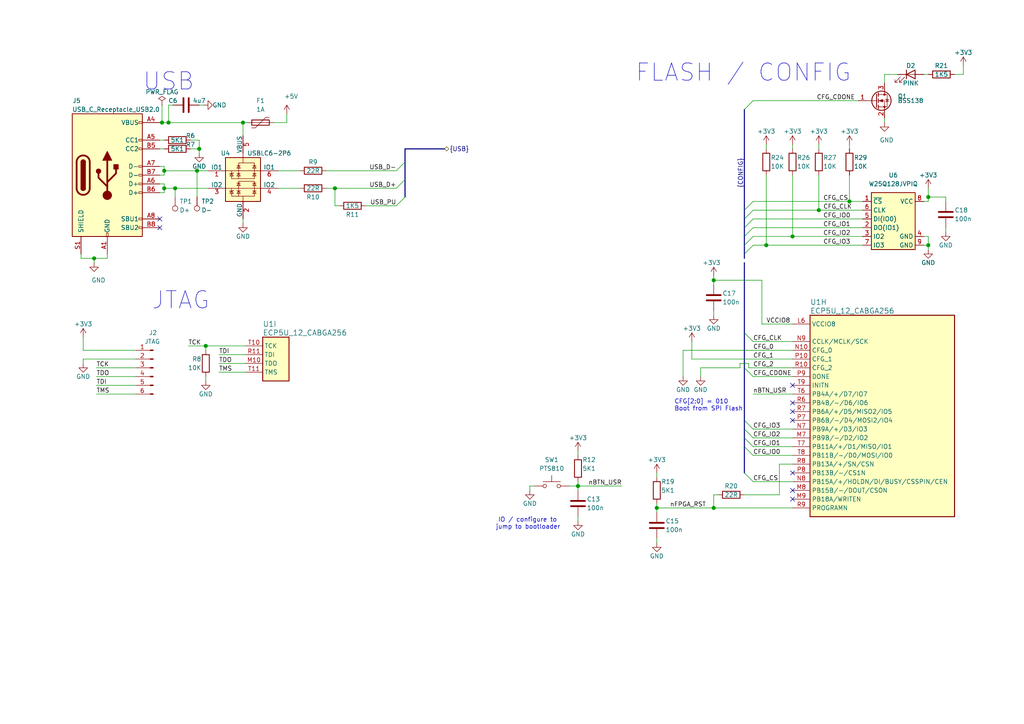
<source format=kicad_sch>
(kicad_sch (version 20201015) (generator eeschema)
  (paper "A4")
  (title_block (title "ECP5 Mini") (date "2020-12-27") (rev "0.2") (company "Josh Johnson"))
  (bus_alias "CONFIG" (members "CFG_CLK" "CFG_IO[0..3]" "CFG_CDONE" "CFG_CS"))
  (junction (at 27.305 74.93) (diameter 1.016))
  (junction (at 46.99 35.56) (diameter 1.016))
  (junction (at 47.625 49.53) (diameter 1.016))
  (junction (at 47.625 54.61) (diameter 1.016))
  (junction (at 48.895 35.56) (diameter 1.016))
  (junction (at 50.8 54.61) (diameter 1.016))
  (junction (at 57.15 49.53) (diameter 1.016))
  (junction (at 57.785 43.18) (diameter 1.016))
  (junction (at 59.69 100.33) (diameter 1.016))
  (junction (at 70.485 35.56) (diameter 1.016))
  (junction (at 97.155 54.61) (diameter 1.016))
  (junction (at 167.64 140.97) (diameter 1.016))
  (junction (at 190.5 147.32) (diameter 1.016))
  (junction (at 207.01 81.28) (diameter 1.016))
  (junction (at 207.01 147.32) (diameter 1.016))
  (junction (at 222.25 71.12) (diameter 1.016))
  (junction (at 229.87 68.58) (diameter 1.016))
  (junction (at 237.49 60.96) (diameter 1.016))
  (junction (at 246.38 58.42) (diameter 1.016))
  (junction (at 269.24 57.15) (diameter 1.016))
  (junction (at 269.24 71.12) (diameter 1.016))
  (no_connect (at 229.87 116.84))
  (no_connect (at 229.87 119.38))
  (no_connect (at 46.355 63.5))
  (no_connect (at 229.87 137.16))
  (no_connect (at 229.87 144.78))
  (no_connect (at 229.87 142.24))
  (no_connect (at 229.87 111.76))
  (no_connect (at 46.355 66.04))
  (no_connect (at 229.87 121.92))
  (bus_entry (at 114.935 49.53) (size 2.54 -2.54) (stroke (width 0.1524)))
  (bus_entry (at 114.935 54.61) (size 2.54 -2.54) (stroke (width 0.1524)))
  (bus_entry (at 114.935 59.69) (size 2.54 -2.54) (stroke (width 0.1524)))
  (bus_entry (at 215.9 31.75) (size 2.54 -2.54) (stroke (width 0.1524)))
  (bus_entry (at 215.9 96.52) (size 2.54 2.54) (stroke (width 0.1524)))
  (bus_entry (at 215.9 106.68) (size 2.54 2.54) (stroke (width 0.1524)))
  (bus_entry (at 215.9 121.92) (size 2.54 2.54) (stroke (width 0.1524)))
  (bus_entry (at 215.9 124.46) (size 2.54 2.54) (stroke (width 0.1524)))
  (bus_entry (at 215.9 127) (size 2.54 2.54) (stroke (width 0.1524)))
  (bus_entry (at 215.9 129.54) (size 2.54 2.54) (stroke (width 0.1524)))
  (bus_entry (at 215.9 137.16) (size 2.54 2.54) (stroke (width 0.1524)))
  (bus_entry (at 218.44 58.42) (size -2.54 2.54) (stroke (width 0.1524)))
  (bus_entry (at 218.44 60.96) (size -2.54 2.54) (stroke (width 0.1524)))
  (bus_entry (at 218.44 63.5) (size -2.54 2.54) (stroke (width 0.1524)))
  (bus_entry (at 218.44 66.04) (size -2.54 2.54) (stroke (width 0.1524)))
  (bus_entry (at 218.44 68.58) (size -2.54 2.54) (stroke (width 0.1524)))
  (bus_entry (at 218.44 71.12) (size -2.54 2.54) (stroke (width 0.1524)))
  (wire (pts (xy 23.495 73.66) (xy 23.495 74.93)))
  (wire (pts (xy 23.495 74.93) (xy 27.305 74.93)))
  (wire (pts (xy 24.13 97.79) (xy 24.13 101.6)))
  (wire (pts (xy 24.13 101.6) (xy 39.37 101.6)))
  (wire (pts (xy 24.13 104.14) (xy 24.13 105.41)))
  (wire (pts (xy 24.13 104.14) (xy 39.37 104.14)))
  (wire (pts (xy 27.305 74.93) (xy 27.305 76.2)))
  (wire (pts (xy 27.305 74.93) (xy 31.115 74.93)))
  (wire (pts (xy 27.94 106.68) (xy 39.37 106.68)))
  (wire (pts (xy 27.94 109.22) (xy 39.37 109.22)))
  (wire (pts (xy 27.94 111.76) (xy 39.37 111.76)))
  (wire (pts (xy 27.94 114.3) (xy 39.37 114.3)))
  (wire (pts (xy 31.115 73.66) (xy 31.115 74.93)))
  (wire (pts (xy 46.355 35.56) (xy 46.99 35.56)))
  (wire (pts (xy 46.355 40.64) (xy 47.625 40.64)))
  (wire (pts (xy 46.355 43.18) (xy 47.625 43.18)))
  (wire (pts (xy 46.355 48.26) (xy 47.625 48.26)))
  (wire (pts (xy 46.355 50.8) (xy 47.625 50.8)))
  (wire (pts (xy 46.355 53.34) (xy 47.625 53.34)))
  (wire (pts (xy 46.355 55.88) (xy 47.625 55.88)))
  (wire (pts (xy 46.99 30.48) (xy 46.99 35.56)))
  (wire (pts (xy 46.99 35.56) (xy 48.895 35.56)))
  (wire (pts (xy 47.625 49.53) (xy 47.625 48.26)))
  (wire (pts (xy 47.625 49.53) (xy 57.15 49.53)))
  (wire (pts (xy 47.625 50.8) (xy 47.625 49.53)))
  (wire (pts (xy 47.625 53.34) (xy 47.625 54.61)))
  (wire (pts (xy 47.625 54.61) (xy 47.625 55.88)))
  (wire (pts (xy 47.625 54.61) (xy 50.8 54.61)))
  (wire (pts (xy 48.895 30.48) (xy 48.895 35.56)))
  (wire (pts (xy 48.895 35.56) (xy 70.485 35.56)))
  (wire (pts (xy 50.165 30.48) (xy 48.895 30.48)))
  (wire (pts (xy 50.8 54.61) (xy 50.8 57.15)))
  (wire (pts (xy 50.8 54.61) (xy 60.325 54.61)))
  (wire (pts (xy 55.245 40.64) (xy 57.785 40.64)))
  (wire (pts (xy 55.245 43.18) (xy 57.785 43.18)))
  (wire (pts (xy 57.15 49.53) (xy 57.15 57.15)))
  (wire (pts (xy 57.15 49.53) (xy 60.325 49.53)))
  (wire (pts (xy 57.785 30.48) (xy 59.055 30.48)))
  (wire (pts (xy 57.785 40.64) (xy 57.785 43.18)))
  (wire (pts (xy 57.785 43.18) (xy 57.785 44.45)))
  (wire (pts (xy 59.69 100.33) (xy 54.61 100.33)))
  (wire (pts (xy 59.69 100.33) (xy 59.69 101.6)))
  (wire (pts (xy 59.69 100.33) (xy 71.12 100.33)))
  (wire (pts (xy 59.69 109.22) (xy 59.69 110.49)))
  (wire (pts (xy 70.485 35.56) (xy 70.485 39.37)))
  (wire (pts (xy 70.485 35.56) (xy 71.755 35.56)))
  (wire (pts (xy 70.485 63.5) (xy 70.485 64.77)))
  (wire (pts (xy 71.12 102.87) (xy 63.5 102.87)))
  (wire (pts (xy 71.12 105.41) (xy 63.5 105.41)))
  (wire (pts (xy 71.12 107.95) (xy 63.5 107.95)))
  (wire (pts (xy 80.645 49.53) (xy 86.995 49.53)))
  (wire (pts (xy 80.645 54.61) (xy 86.995 54.61)))
  (wire (pts (xy 83.185 33.02) (xy 83.185 35.56)))
  (wire (pts (xy 83.185 35.56) (xy 79.375 35.56)))
  (wire (pts (xy 94.615 49.53) (xy 114.935 49.53)))
  (wire (pts (xy 94.615 54.61) (xy 97.155 54.61)))
  (wire (pts (xy 97.155 54.61) (xy 97.155 59.69)))
  (wire (pts (xy 97.155 54.61) (xy 114.935 54.61)))
  (wire (pts (xy 98.425 59.69) (xy 97.155 59.69)))
  (wire (pts (xy 106.045 59.69) (xy 114.935 59.69)))
  (wire (pts (xy 153.67 140.97) (xy 153.67 142.24)))
  (wire (pts (xy 154.94 140.97) (xy 153.67 140.97)))
  (wire (pts (xy 167.64 130.81) (xy 167.64 132.08)))
  (wire (pts (xy 167.64 139.7) (xy 167.64 140.97)))
  (wire (pts (xy 167.64 140.97) (xy 165.1 140.97)))
  (wire (pts (xy 167.64 140.97) (xy 167.64 142.24)))
  (wire (pts (xy 167.64 140.97) (xy 180.34 140.97)))
  (wire (pts (xy 167.64 149.86) (xy 167.64 151.13)))
  (wire (pts (xy 190.5 137.16) (xy 190.5 138.43)))
  (wire (pts (xy 190.5 146.05) (xy 190.5 147.32)))
  (wire (pts (xy 190.5 147.32) (xy 190.5 148.59)))
  (wire (pts (xy 190.5 147.32) (xy 207.01 147.32)))
  (wire (pts (xy 190.5 156.21) (xy 190.5 157.48)))
  (wire (pts (xy 198.12 101.6) (xy 198.12 109.22)))
  (wire (pts (xy 198.12 101.6) (xy 229.87 101.6)))
  (wire (pts (xy 200.66 99.06) (xy 200.66 104.14)))
  (wire (pts (xy 200.66 104.14) (xy 229.87 104.14)))
  (wire (pts (xy 203.2 106.68) (xy 203.2 109.22)))
  (wire (pts (xy 203.2 106.68) (xy 214.63 106.68)))
  (wire (pts (xy 207.01 80.01) (xy 207.01 81.28)))
  (wire (pts (xy 207.01 81.28) (xy 207.01 82.55)))
  (wire (pts (xy 207.01 81.28) (xy 220.98 81.28)))
  (wire (pts (xy 207.01 90.17) (xy 207.01 91.44)))
  (wire (pts (xy 207.01 143.51) (xy 207.01 147.32)))
  (wire (pts (xy 207.01 147.32) (xy 229.87 147.32)))
  (wire (pts (xy 208.28 143.51) (xy 207.01 143.51)))
  (wire (pts (xy 214.63 105.41) (xy 214.63 106.68)))
  (wire (pts (xy 217.17 105.41) (xy 214.63 105.41)))
  (wire (pts (xy 217.17 106.68) (xy 217.17 105.41)))
  (wire (pts (xy 217.17 106.68) (xy 229.87 106.68)))
  (wire (pts (xy 218.44 29.21) (xy 248.92 29.21)))
  (wire (pts (xy 218.44 58.42) (xy 246.38 58.42)))
  (wire (pts (xy 218.44 60.96) (xy 237.49 60.96)))
  (wire (pts (xy 218.44 63.5) (xy 250.19 63.5)))
  (wire (pts (xy 218.44 66.04) (xy 250.19 66.04)))
  (wire (pts (xy 218.44 68.58) (xy 229.87 68.58)))
  (wire (pts (xy 218.44 71.12) (xy 222.25 71.12)))
  (wire (pts (xy 218.44 99.06) (xy 229.87 99.06)))
  (wire (pts (xy 218.44 109.22) (xy 229.87 109.22)))
  (wire (pts (xy 218.44 114.3) (xy 229.87 114.3)))
  (wire (pts (xy 218.44 124.46) (xy 229.87 124.46)))
  (wire (pts (xy 218.44 127) (xy 229.87 127)))
  (wire (pts (xy 218.44 129.54) (xy 229.87 129.54)))
  (wire (pts (xy 218.44 132.08) (xy 229.87 132.08)))
  (wire (pts (xy 218.44 139.7) (xy 229.87 139.7)))
  (wire (pts (xy 220.98 81.28) (xy 220.98 93.98)))
  (wire (pts (xy 220.98 93.98) (xy 229.87 93.98)))
  (wire (pts (xy 222.25 41.91) (xy 222.25 43.18)))
  (wire (pts (xy 222.25 50.8) (xy 222.25 71.12)))
  (wire (pts (xy 222.25 71.12) (xy 250.19 71.12)))
  (wire (pts (xy 226.06 134.62) (xy 226.06 143.51)))
  (wire (pts (xy 226.06 143.51) (xy 215.9 143.51)))
  (wire (pts (xy 229.87 41.91) (xy 229.87 43.18)))
  (wire (pts (xy 229.87 50.8) (xy 229.87 68.58)))
  (wire (pts (xy 229.87 68.58) (xy 250.19 68.58)))
  (wire (pts (xy 229.87 134.62) (xy 226.06 134.62)))
  (wire (pts (xy 237.49 41.91) (xy 237.49 43.18)))
  (wire (pts (xy 237.49 50.8) (xy 237.49 60.96)))
  (wire (pts (xy 237.49 60.96) (xy 250.19 60.96)))
  (wire (pts (xy 246.38 41.91) (xy 246.38 43.18)))
  (wire (pts (xy 246.38 50.8) (xy 246.38 58.42)))
  (wire (pts (xy 246.38 58.42) (xy 250.19 58.42)))
  (wire (pts (xy 256.54 21.59) (xy 256.54 24.13)))
  (wire (pts (xy 256.54 34.29) (xy 256.54 35.56)))
  (wire (pts (xy 260.35 21.59) (xy 256.54 21.59)))
  (wire (pts (xy 267.97 21.59) (xy 269.24 21.59)))
  (wire (pts (xy 267.97 68.58) (xy 269.24 68.58)))
  (wire (pts (xy 267.97 71.12) (xy 269.24 71.12)))
  (wire (pts (xy 269.24 54.61) (xy 269.24 57.15)))
  (wire (pts (xy 269.24 57.15) (xy 269.24 58.42)))
  (wire (pts (xy 269.24 57.15) (xy 274.32 57.15)))
  (wire (pts (xy 269.24 58.42) (xy 267.97 58.42)))
  (wire (pts (xy 269.24 68.58) (xy 269.24 71.12)))
  (wire (pts (xy 269.24 71.12) (xy 269.24 72.39)))
  (wire (pts (xy 274.32 57.15) (xy 274.32 58.42)))
  (wire (pts (xy 274.32 66.04) (xy 274.32 67.31)))
  (wire (pts (xy 276.86 21.59) (xy 279.4 21.59)))
  (wire (pts (xy 279.4 19.05) (xy 279.4 21.59)))
  (bus (pts (xy 117.475 43.18) (xy 117.475 46.99)))
  (bus (pts (xy 117.475 43.18) (xy 128.905 43.18)))
  (bus (pts (xy 117.475 46.99) (xy 117.475 52.07)))
  (bus (pts (xy 117.475 52.07) (xy 117.475 57.15)))
  (bus (pts (xy 215.9 31.75) (xy 215.9 60.96)))
  (bus (pts (xy 215.9 60.96) (xy 215.9 63.5)))
  (bus (pts (xy 215.9 63.5) (xy 215.9 66.04)))
  (bus (pts (xy 215.9 66.04) (xy 215.9 68.58)))
  (bus (pts (xy 215.9 68.58) (xy 215.9 71.12)))
  (bus (pts (xy 215.9 71.12) (xy 215.9 73.66)))
  (bus (pts (xy 215.9 73.66) (xy 215.9 74.93)))
  (bus (pts (xy 215.9 76.2) (xy 215.9 96.52)))
  (bus (pts (xy 215.9 96.52) (xy 215.9 106.68)))
  (bus (pts (xy 215.9 106.68) (xy 215.9 121.92)))
  (bus (pts (xy 215.9 121.92) (xy 215.9 124.46)))
  (bus (pts (xy 215.9 124.46) (xy 215.9 127)))
  (bus (pts (xy 215.9 127) (xy 215.9 129.54)))
  (bus (pts (xy 215.9 129.54) (xy 215.9 137.16)))
  (text "USB" (at 56.515 26.67 180) (effects (font (size 5 5)) (justify right bottom)))
  (text "JTAG" (at 60.96 90.17 180) (effects (font (size 5 5)) (justify right bottom)))
  (text "IO / configure to \njump to bootloader" (at 162.56 153.67 180) (effects (font (size 1.27 1.27)) (justify right bottom)))
  (text "CFG[2:0] = 010\nBoot from SPI Flash\n" (at 195.58 119.38 0) (effects (font (size 1.27 1.27)) (justify left bottom)))
  (text "FLASH / CONFIG" (at 247.015 24.13 180) (effects (font (size 5 5)) (justify right bottom)))
  (label "TCK" (at 27.94 106.68 0))
  (label "TDO" (at 27.94 109.22 0))
  (label "TDI" (at 27.94 111.76 0))
  (label "TMS" (at 27.94 114.3 0))
  (label "TCK" (at 54.61 100.33 0))
  (label "TDI" (at 63.5 102.87 0))
  (label "TDO" (at 63.5 105.41 0))
  (label "TMS" (at 63.5 107.95 0))
  (label "USB_D-" (at 114.935 49.53 180))
  (label "USB_D+" (at 114.935 54.61 180))
  (label "USB_PU" (at 114.935 59.69 180))
  (label "nBTN_USR" (at 180.34 140.97 180))
  (label "nFPGA_RST" (at 194.31 147.32 0))
  (label "{CONFIG}" (at 215.9 45.72 270))
  (label "CFG_CLK" (at 218.44 99.06 0))
  (label "CFG_0" (at 218.44 101.6 0))
  (label "CFG_1" (at 218.44 104.14 0))
  (label "CFG_2" (at 218.44 106.68 0))
  (label "CFG_CDONE" (at 218.44 109.22 0))
  (label "nBTN_USR" (at 218.44 114.3 0))
  (label "CFG_IO3" (at 218.44 124.46 0))
  (label "CFG_IO2" (at 218.44 127 0))
  (label "CFG_IO1" (at 218.44 129.54 0))
  (label "CFG_IO0" (at 218.44 132.08 0))
  (label "CFG_CS" (at 218.44 139.7 0))
  (label "VCCIO8" (at 222.25 93.98 0))
  (label "CFG_CDONE" (at 236.855 29.21 0))
  (label "CFG_CS" (at 238.76 58.42 0))
  (label "CFG_CLK" (at 238.76 60.96 0))
  (label "CFG_IO0" (at 238.76 63.5 0))
  (label "CFG_IO1" (at 238.76 66.04 0))
  (label "CFG_IO2" (at 238.76 68.58 0))
  (label "CFG_IO3" (at 238.76 71.12 0))
  (hierarchical_label "{USB}" (shape bidirectional) (at 128.905 43.18 0))
  (symbol (lib_id "power:PWR_FLAG") (at 46.99 30.48 0) (unit 1)
    (property "Reference" "#FLG0105" (effects hide))
    (property "Value" "PWR_FLAG" (at 46.99 26.67 0))
  )
  (symbol (lib_id "Connector:TestPoint") (at 50.8 57.15 180) (unit 1) (in_bom no)
    (property "Reference" "TP1" (at 52.07 58.42 0) (effects (justify right)))
    (property "Value" "D+" (at 52.07 60.96 0) (effects (justify right)))
    (property "Footprint" "TestPoint:TestPoint_Pad_D1.5mm" (effects hide))
    (property "DNP" "DNP" (effects hide))
  )
  (symbol (lib_id "Connector:TestPoint") (at 57.15 57.15 180) (unit 1) (in_bom no)
    (property "Reference" "TP2" (at 58.42 58.42 0) (effects (justify right)))
    (property "Value" "D-" (at 58.42 60.96 0) (effects (justify right)))
    (property "Footprint" "TestPoint:TestPoint_Pad_D1.5mm" (effects hide))
    (property "DNP" "DNP" (effects hide))
  )
  (symbol (lib_id "power:+3V3") (at 24.13 97.79 0) (mirror y) (unit 1)
    (property "Reference" "#PWR018" (effects hide))
    (property "Value" "+3V3" (at 24.13 93.98 0))
  )
  (symbol (lib_id "power:+5V") (at 83.185 33.02 0) (unit 1)
    (property "Reference" "#PWR0116" (effects hide))
    (property "Value" "+5V" (at 84.455 27.94 0))
  )
  (symbol (lib_id "power:+3V3") (at 167.64 130.81 0) (unit 1)
    (property "Reference" "#PWR0128" (effects hide))
    (property "Value" "+3V3" (at 167.64 127 0))
  )
  (symbol (lib_id "power:+3V3") (at 190.5 137.16 0) (unit 1)
    (property "Reference" "#PWR0135" (effects hide))
    (property "Value" "+3V3" (at 190.5 133.35 0))
  )
  (symbol (lib_id "power:+3V3") (at 200.66 99.06 0) (unit 1)
    (property "Reference" "#PWR0124" (effects hide))
    (property "Value" "+3V3" (at 200.66 95.25 0))
  )
  (symbol (lib_id "power:+3V3") (at 207.01 80.01 0) (unit 1)
    (property "Reference" "#PWR0141" (effects hide))
    (property "Value" "+3V3" (at 206.375 76.2 0))
  )
  (symbol (lib_id "power:+3V3") (at 222.25 41.91 0) (unit 1)
    (property "Reference" "#PWR0138" (effects hide))
    (property "Value" "+3V3" (at 222.25 38.1 0))
  )
  (symbol (lib_id "power:+3V3") (at 229.87 41.91 0) (unit 1)
    (property "Reference" "#PWR0136" (effects hide))
    (property "Value" "+3V3" (at 229.87 38.1 0))
  )
  (symbol (lib_id "power:+3V3") (at 237.49 41.91 0) (unit 1)
    (property "Reference" "#PWR0137" (effects hide))
    (property "Value" "+3V3" (at 237.49 38.1 0))
  )
  (symbol (lib_id "power:+3V3") (at 246.38 41.91 0) (unit 1)
    (property "Reference" "#PWR0139" (effects hide))
    (property "Value" "+3V3" (at 246.38 38.1 0))
  )
  (symbol (lib_id "power:+3V3") (at 269.24 54.61 0) (unit 1)
    (property "Reference" "#PWR0130" (effects hide))
    (property "Value" "+3V3" (at 269.24 50.8 0))
  )
  (symbol (lib_id "power:+3V3") (at 279.4 19.05 0) (unit 1)
    (property "Reference" "#PWR0133" (effects hide))
    (property "Value" "+3V3" (at 279.4 15.24 0))
  )
  (symbol (lib_id "power:GND") (at 24.13 105.41 0) (unit 1)
    (property "Reference" "#PWR0118" (effects hide))
    (property "Value" "GND" (at 24.13 109.22 0))
  )
  (symbol (lib_id "power:GND") (at 27.305 76.2 0) (unit 1)
    (property "Reference" "#PWR012" (effects hide))
    (property "Value" "GND" (at 28.575 81.28 0))
  )
  (symbol (lib_id "power:GND") (at 57.785 44.45 0) (unit 1)
    (property "Reference" "#PWR013" (effects hide))
    (property "Value" "GND" (at 57.785 48.26 0))
  )
  (symbol (lib_id "power:GND") (at 59.055 30.48 90) (unit 1)
    (property "Reference" "#PWR014" (effects hide))
    (property "Value" "GND" (at 61.595 30.48 90) (effects (justify right)))
  )
  (symbol (lib_id "power:GND") (at 59.69 110.49 0) (unit 1)
    (property "Reference" "#PWR0148" (effects hide))
    (property "Value" "GND" (at 59.69 114.3 0))
  )
  (symbol (lib_id "power:GND") (at 70.485 64.77 0) (unit 1)
    (property "Reference" "#PWR015" (effects hide))
    (property "Value" "GND" (at 70.485 68.58 0))
  )
  (symbol (lib_id "power:GND") (at 153.67 142.24 0) (unit 1)
    (property "Reference" "#PWR0127" (effects hide))
    (property "Value" "GND" (at 153.67 146.05 0))
  )
  (symbol (lib_id "power:GND") (at 167.64 151.13 0) (unit 1)
    (property "Reference" "#PWR0126" (effects hide))
    (property "Value" "GND" (at 167.64 154.94 0))
  )
  (symbol (lib_id "power:GND") (at 190.5 157.48 0) (unit 1)
    (property "Reference" "#PWR0134" (effects hide))
    (property "Value" "GND" (at 190.5 161.29 0))
  )
  (symbol (lib_id "power:GND") (at 198.12 109.22 0) (unit 1)
    (property "Reference" "#PWR0146" (effects hide))
    (property "Value" "GND" (at 198.12 113.03 0))
  )
  (symbol (lib_id "power:GND") (at 203.2 109.22 0) (unit 1)
    (property "Reference" "#PWR0145" (effects hide))
    (property "Value" "GND" (at 203.2 113.03 0))
  )
  (symbol (lib_id "power:GND") (at 207.01 91.44 0) (unit 1)
    (property "Reference" "#PWR0140" (effects hide))
    (property "Value" "GND" (at 207.01 95.25 0))
  )
  (symbol (lib_id "power:GND") (at 256.54 35.56 0) (unit 1)
    (property "Reference" "#PWR0129" (effects hide))
    (property "Value" "GND" (at 257.175 40.64 0))
  )
  (symbol (lib_id "power:GND") (at 269.24 72.39 0) (unit 1)
    (property "Reference" "#PWR0132" (effects hide))
    (property "Value" "GND" (at 269.24 76.2 0))
  )
  (symbol (lib_id "power:GND") (at 274.32 67.31 0) (unit 1)
    (property "Reference" "#PWR0131" (effects hide))
    (property "Value" "GND" (at 274.32 71.12 0))
  )
  (symbol (lib_id "Device:R") (at 51.435 40.64 90) (unit 1)
    (property "Reference" "R6" (at 55.245 39.37 90))
    (property "Value" "5K1" (at 51.435 40.64 90))
    (property "Footprint" "Resistor_SMD:R_0402_1005Metric" (effects hide))
    (property "LCSC" "C25905" (effects hide))
    (property "MPN" "0402WGF5101TCE" (effects hide))
    (property "Manufacturer" "UNI-ROYAL(Uniroyal Elec)" (effects hide))
  )
  (symbol (lib_id "Device:R") (at 51.435 43.18 90) (unit 1)
    (property "Reference" "R7" (at 55.245 41.91 90))
    (property "Value" "5K1" (at 51.435 43.18 90))
    (property "Footprint" "Resistor_SMD:R_0402_1005Metric" (effects hide))
    (property "LCSC" "C25905" (effects hide))
    (property "MPN" "0402WGF5101TCE" (effects hide))
    (property "Manufacturer" "UNI-ROYAL(Uniroyal Elec)" (effects hide))
  )
  (symbol (lib_id "Device:R") (at 59.69 105.41 0) (mirror y) (unit 1)
    (property "Reference" "R8" (at 58.42 104.14 0) (effects (justify left)))
    (property "Value" "10K" (at 58.42 106.68 0) (effects (justify left)))
    (property "Footprint" "Resistor_SMD:R_0402_1005Metric" (effects hide))
    (property "LCSC" "C25531" (effects hide))
    (property "MPN" "0402WGJ0103TCE" (effects hide))
    (property "Manufacturer" "UNI-ROYAL(Uniroyal Elec)" (effects hide))
  )
  (symbol (lib_id "Device:R") (at 90.805 49.53 90) (unit 1)
    (property "Reference" "R9" (at 90.805 46.99 90))
    (property "Value" "22R" (at 90.805 49.53 90))
    (property "Footprint" "Resistor_SMD:R_0402_1005Metric" (effects hide))
    (property "LCSC" "C25152" (effects hide))
    (property "MPN" "0402WGJ0220TCE" (effects hide))
    (property "Manufacturer" "UNI-ROYAL(Uniroyal Elec)" (effects hide))
  )
  (symbol (lib_id "Device:R") (at 90.805 54.61 270) (unit 1)
    (property "Reference" "R10" (at 90.805 57.15 90))
    (property "Value" "22R" (at 90.805 54.61 90))
    (property "Footprint" "Resistor_SMD:R_0402_1005Metric" (effects hide))
    (property "LCSC" "C25152" (effects hide))
    (property "MPN" "0402WGJ0220TCE" (effects hide))
    (property "Manufacturer" "UNI-ROYAL(Uniroyal Elec)" (effects hide))
  )
  (symbol (lib_id "Device:R") (at 102.235 59.69 90) (mirror x) (unit 1)
    (property "Reference" "R11" (at 102.235 62.23 90))
    (property "Value" "1K5" (at 102.235 59.69 90))
    (property "Footprint" "Resistor_SMD:R_0402_1005Metric" (effects hide))
    (property "LCSC" "C25867" (effects hide))
    (property "MPN" "0402WGF1501TCE" (effects hide))
    (property "Manufacturer" "UNI-ROYAL(Uniroyal Elec)" (effects hide))
  )
  (symbol (lib_id "Device:R") (at 167.64 135.89 0) (unit 1)
    (property "Reference" "R12" (at 168.91 133.35 0) (effects (justify left)))
    (property "Value" "5K1" (at 168.91 135.89 0) (effects (justify left)))
    (property "Footprint" "Resistor_SMD:R_0402_1005Metric" (effects hide))
    (property "MPN" "0402WGF5101TCE" (effects hide))
    (property "Manufacturer" "UNI-ROYAL(Uniroyal Elec)" (effects hide))
    (property "LCSC" "C25905" (effects hide))
  )
  (symbol (lib_id "Device:R") (at 190.5 142.24 0) (unit 1)
    (property "Reference" "R19" (at 191.77 139.7 0) (effects (justify left)))
    (property "Value" "5K1" (at 191.77 142.24 0) (effects (justify left)))
    (property "Footprint" "Resistor_SMD:R_0402_1005Metric" (effects hide))
    (property "MPN" "0402WGF5101TCE" (effects hide))
    (property "Manufacturer" "UNI-ROYAL(Uniroyal Elec)" (effects hide))
    (property "LCSC" "C25905" (effects hide))
  )
  (symbol (lib_id "Device:R") (at 212.09 143.51 90) (unit 1)
    (property "Reference" "R20" (at 212.09 140.97 90))
    (property "Value" "22R" (at 212.09 143.51 90))
    (property "Footprint" "Resistor_SMD:R_0402_1005Metric" (effects hide))
    (property "MPN" "0402WGJ0220TCE" (effects hide))
    (property "Manufacturer" "UNI-ROYAL(Uniroyal Elec)" (effects hide))
    (property "LCSC" "C25152" (effects hide))
  )
  (symbol (lib_id "Device:R") (at 222.25 46.99 0) (unit 1)
    (property "Reference" "R24" (at 223.52 45.72 0) (effects (justify left)))
    (property "Value" "10K" (at 223.52 48.26 0) (effects (justify left)))
    (property "Footprint" "Resistor_SMD:R_0402_1005Metric" (effects hide))
    (property "LCSC" "C25531" (effects hide))
    (property "MPN" "0402WGJ0103TCE" (effects hide))
    (property "Manufacturer" "UNI-ROYAL(Uniroyal Elec)" (effects hide))
  )
  (symbol (lib_id "Device:R") (at 229.87 46.99 0) (unit 1)
    (property "Reference" "R26" (at 231.14 45.72 0) (effects (justify left)))
    (property "Value" "10K" (at 231.14 48.26 0) (effects (justify left)))
    (property "Footprint" "Resistor_SMD:R_0402_1005Metric" (effects hide))
    (property "LCSC" "C25531" (effects hide))
    (property "MPN" "0402WGJ0103TCE" (effects hide))
    (property "Manufacturer" "UNI-ROYAL(Uniroyal Elec)" (effects hide))
  )
  (symbol (lib_id "Device:R") (at 237.49 46.99 0) (unit 1)
    (property "Reference" "R27" (at 238.76 45.72 0) (effects (justify left)))
    (property "Value" "10K" (at 238.76 48.26 0) (effects (justify left)))
    (property "Footprint" "Resistor_SMD:R_0402_1005Metric" (effects hide))
    (property "LCSC" "C25531" (effects hide))
    (property "MPN" "0402WGJ0103TCE" (effects hide))
    (property "Manufacturer" "UNI-ROYAL(Uniroyal Elec)" (effects hide))
  )
  (symbol (lib_id "Device:R") (at 246.38 46.99 0) (unit 1)
    (property "Reference" "R29" (at 247.65 45.72 0) (effects (justify left)))
    (property "Value" "10K" (at 247.65 48.26 0) (effects (justify left)))
    (property "Footprint" "Resistor_SMD:R_0402_1005Metric" (effects hide))
    (property "LCSC" "C25531" (effects hide))
    (property "MPN" "0402WGJ0103TCE" (effects hide))
    (property "Manufacturer" "UNI-ROYAL(Uniroyal Elec)" (effects hide))
  )
  (symbol (lib_id "Device:R") (at 273.05 21.59 90) (unit 1)
    (property "Reference" "R21" (at 273.05 19.05 90))
    (property "Value" "1K5" (at 273.05 21.59 90))
    (property "Footprint" "Resistor_SMD:R_0402_1005Metric" (effects hide))
    (property "LCSC" "C25867" (effects hide))
    (property "MPN" "0402WGF1501TCE" (effects hide))
    (property "Manufacturer" "UNI-ROYAL(Uniroyal Elec)" (effects hide))
  )
  (symbol (lib_id "Device:Polyfuse") (at 75.565 35.56 90) (unit 1)
    (property "Reference" "F1" (at 75.565 29.21 90))
    (property "Value" "1A" (at 75.565 31.75 90))
    (property "Footprint" "josh-passives-smt:Fuse_0603_1608Metric" (effects hide))
    (property "LCSC" "C207017" (effects hide))
    (property "MPN" "0603L100SLYR" (effects hide))
    (property "Manufacturer" "Littelfuse" (effects hide))
  )
  (symbol (lib_id "Device:LED") (at 264.16 21.59 0) (unit 1)
    (property "Reference" "D2" (at 264.16 19.05 0))
    (property "Value" "PINK" (at 264.16 24.13 0))
    (property "Footprint" "LED_SMD:LED_0603_1608Metric" (effects hide))
    (property "LCSC" "C268294" (effects hide))
    (property "MPN" "OSK40603C1E" (effects hide))
    (property "Manufacturer" "OptoSupply" (effects hide))
  )
  (symbol (lib_id "Device:C") (at 53.975 30.48 90) (unit 1)
    (property "Reference" "C6" (at 50.165 29.21 90))
    (property "Value" "4u7" (at 57.785 29.21 90))
    (property "Footprint" "Capacitor_SMD:C_0402_1005Metric" (effects hide))
    (property "LCSC" "C318563" (effects hide))
    (property "MPN" "CL05A475MO5NUNC" (effects hide))
    (property "Manufacturer" "Samsung Electro-Mechanics" (effects hide))
  )
  (symbol (lib_id "Device:C") (at 167.64 146.05 0) (unit 1)
    (property "Reference" "C13" (at 170.18 144.78 0) (effects (justify left)))
    (property "Value" "100n" (at 170.18 147.32 0) (effects (justify left)))
    (property "Footprint" "Capacitor_SMD:C_0402_1005Metric" (effects hide))
    (property "MPN" "CL05B104KO5NNNC" (effects hide))
    (property "Manufacturer" "Samsung Electro-Mechanics" (effects hide))
    (property "LCSC" "C1525" (effects hide))
  )
  (symbol (lib_id "Device:C") (at 190.5 152.4 0) (unit 1)
    (property "Reference" "C15" (at 193.04 151.13 0) (effects (justify left)))
    (property "Value" "100n" (at 193.04 153.67 0) (effects (justify left)))
    (property "Footprint" "Capacitor_SMD:C_0402_1005Metric" (effects hide))
    (property "MPN" "CL05B104KO5NNNC" (effects hide))
    (property "Manufacturer" "Samsung Electro-Mechanics" (effects hide))
    (property "LCSC" "C1525" (effects hide))
  )
  (symbol (lib_id "Device:C") (at 207.01 86.36 0) (unit 1)
    (property "Reference" "C17" (at 209.55 85.09 0) (effects (justify left)))
    (property "Value" "100n" (at 209.55 87.63 0) (effects (justify left)))
    (property "Footprint" "Capacitor_SMD:C_0402_1005Metric" (effects hide))
    (property "LCSC" "C1525" (effects hide))
    (property "MPN" "CL05B104KO5NNNC" (effects hide))
    (property "Manufacturer" "Samsung Electro-Mechanics" (effects hide))
  )
  (symbol (lib_id "Device:C") (at 274.32 62.23 0) (unit 1)
    (property "Reference" "C18" (at 276.86 60.96 0) (effects (justify left)))
    (property "Value" "100n" (at 276.86 63.5 0) (effects (justify left)))
    (property "Footprint" "Capacitor_SMD:C_0402_1005Metric" (effects hide))
    (property "LCSC" "C1525" (effects hide))
    (property "MPN" "CL05B104KO5NNNC" (effects hide))
    (property "Manufacturer" "Samsung Electro-Mechanics" (effects hide))
  )
  (symbol (lib_id "Switch:SW_Push") (at 160.02 140.97 0) (unit 1)
    (property "Reference" "SW1" (at 160.02 133.35 0))
    (property "Value" "PTS810" (at 160.02 135.89 0))
    (property "Footprint" "josh-buttons-switches:SW_SPST_PTS810" (effects hide))
    (property "LCSC" "C116501" (effects hide))
    (property "MPN" "PTS810 SJM 250 SMTR LFS" (effects hide))
    (property "Manufacturer" "C&K" (effects hide))
  )
  (symbol (lib_id "Connector:Conn_01x06_Male") (at 44.45 106.68 0) (mirror y) (unit 1) (in_bom no)
    (property "Reference" "J2" (at 43.18 96.52 0) (effects (justify right)))
    (property "Value" "JTAG" (at 41.91 99.06 0) (effects (justify right)))
    (property "Footprint" "josh-connectors:STM_6_PIN_THT_Staggered" (effects hide))
    (property "DNP" "DNP" (effects hide))
  )
  (symbol (lib_id "Transistor_FET:BSS138") (at 254 29.21 0) (unit 1)
    (property "Reference" "Q1" (at 260.35 27.94 0) (effects (justify left)))
    (property "Value" "BSS138" (at 260.35 29.21 0) (effects (justify left)))
    (property "Footprint" "Package_TO_SOT_SMD:SOT-323_SC-70" (effects hide))
    (property "LCSC" "C193366" (effects hide))
    (property "MPN" "BSS138PW,115" (effects hide))
    (property "Manufacturer" "Nexperia" (effects hide))
  )
  (symbol (lib_name "josh-ic:ECP5U_12_CABGA256_1") (lib_id "josh-ic:ECP5U_12_CABGA256") (at 78.74 104.14 0) (unit 9)
    (property "Reference" "U1" (at 76.2 93.98 0) (effects (font (size 1.524 1.524)) (justify left)))
    (property "Value" "ECP5U_12_CABGA256" (at 76.2 96.52 0) (effects (font (size 1.524 1.524)) (justify left)))
    (property "Footprint" "Package_BGA:BGA-256_14.0x14.0mm_Layout16x16_P0.8mm_Ball0.45mm_Pad0.32mm_NSMD" (effects hide))
    (property "Manufacturer" "Lattice Semiconductor" (effects hide))
    (property "Mouser" "842-LFE5U12F8BG256C" (effects hide))
    (property "MPN" "LFE5U12F8BG256C" (effects hide))
  )
  (symbol (lib_id "josh-memory:W25Q128JVSIQ") (at 262.89 63.5 0) (unit 1)
    (property "Reference" "U6" (at 259.08 50.8 0))
    (property "Value" "W25Q128JVPIQ" (at 259.08 53.34 0))
    (property "Footprint" "josh-soic-sot-etc:WSON-8-1EP_6x5mm_P1.27mm_EP3.4x4.3mm" (effects hide))
    (property "MPN" "W25Q128JVPIQ" (effects hide))
    (property "Manufacturer" "Winbond" (effects hide))
    (property "Mouser" "454-W25Q128JVPIQ" (effects hide))
    (property "LCSC" "C190862" (effects hide))
  )
  (symbol (lib_id "josh-ic:USBLC6-2SC6") (at 70.485 52.07 0) (unit 1)
    (property "Reference" "U4" (at 65.405 44.45 0))
    (property "Value" "USBLC6-2P6" (at 78.105 44.45 0))
    (property "Footprint" "Package_TO_SOT_SMD:SOT-666" (effects hide))
    (property "LCSC" "C15999" (effects hide))
    (property "MPN" "USBLC6-2P6" (effects hide))
    (property "Manufacturer" "STMicroelectronics" (effects hide))
    (property "Mouser" "511-USBLC6-2P6" (effects hide))
  )
  (symbol (lib_id "Connector:USB_C_Receptacle_USB2.0") (at 31.115 50.8 0) (unit 1)
    (property "Reference" "J5" (at 22.225 29.21 0))
    (property "Value" "USB_C_Receptacle_USB2.0" (at 33.655 31.75 0))
    (property "Footprint" "josh-connectors:USB_C_Receptacle_HRO_TYPE-C-31-M-12" (effects hide))
    (property "LCSC" "C165948" (effects hide))
    (property "MPN" "TYPE-C-31-M-12" (effects hide))
    (property "Manufacturer" "Korean Hroparts Elec" (effects hide))
    (property "Notes" "Digikey: USB4105-GF-A" (effects hide))
  )
  (symbol (lib_id "josh-ic:ECP5U_12_CABGA256") (at 251.46 132.08 0) (unit 8)
    (property "Reference" "U1" (at 234.95 87.63 0) (effects (font (size 1.524 1.524)) (justify left)))
    (property "Value" "ECP5U_12_CABGA256" (at 234.95 90.17 0) (effects (font (size 1.524 1.524)) (justify left)))
    (property "Footprint" "Package_BGA:BGA-256_14.0x14.0mm_Layout16x16_P0.8mm_Ball0.45mm_Pad0.32mm_NSMD" (effects hide))
    (property "Manufacturer" "Lattice Semiconductor" (effects hide))
    (property "Mouser" "842-LFE5U12F8BG256C" (effects hide))
    (property "MPN" "LFE5U12F8BG256C" (effects hide))
  )
)
</source>
